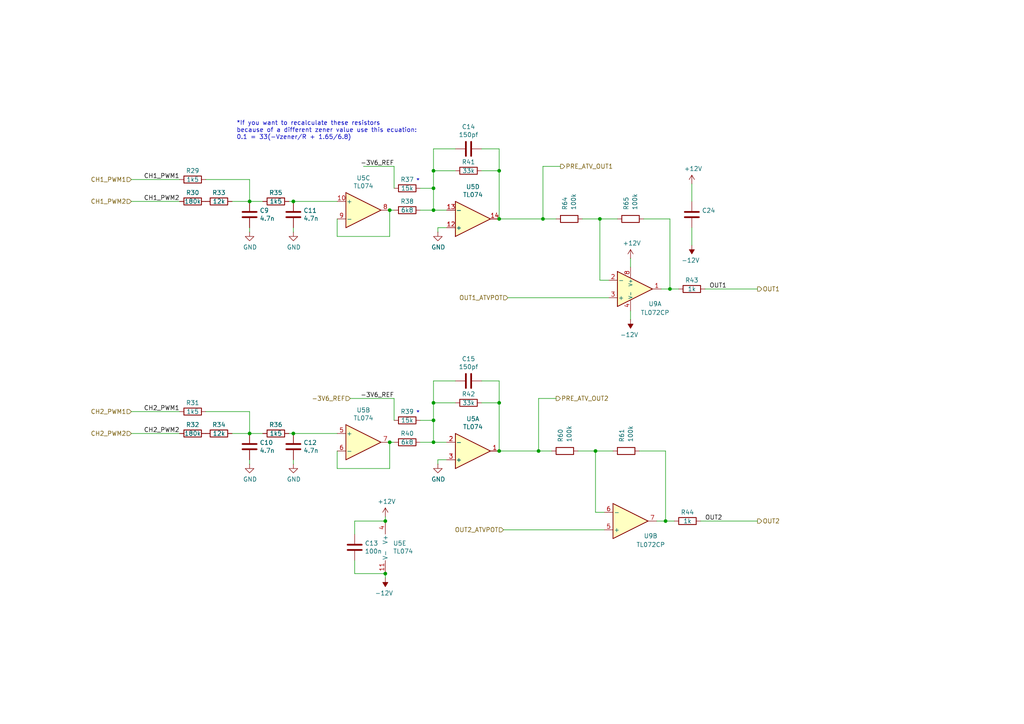
<source format=kicad_sch>
(kicad_sch (version 20231120) (generator "eeschema") (generator_version "8.0")
  (paper "A4")
  (title_block (title "Outputs") (date "2024-09-14") (rev "v0.1") (company "Sluisbrinkie"))
  (lib_symbols
    (symbol "Amplifier_Operational:TL074" (pin_names (offset 0.127))
      (property "Reference" "U" (at 0 5.08 0))
      (property "Value" "TL074" (at 0 -5.08 0))
      (symbol "TL074_1_1"
        (polyline (pts (xy -5.08 5.08) (xy 5.08 0) (xy -5.08 -5.08) (xy -5.08 5.08)) (stroke (width 0.254)) (fill (type background)))
        (pin output line (at 7.62 0 180) (length 2.54) (name "~") (number "1"))
        (pin input line (at -7.62 -2.54 0) (length 2.54) (name "-") (number "2"))
        (pin input line (at -7.62 2.54 0) (length 2.54) (name "+") (number "3"))
      )
      (symbol "TL074_2_1"
        (polyline (pts (xy -5.08 5.08) (xy 5.08 0) (xy -5.08 -5.08) (xy -5.08 5.08)) (stroke (width 0.254)) (fill (type background)))
        (pin input line (at -7.62 2.54 0) (length 2.54) (name "+") (number "5"))
        (pin input line (at -7.62 -2.54 0) (length 2.54) (name "-") (number "6"))
        (pin output line (at 7.62 0 180) (length 2.54) (name "~") (number "7"))
      )
      (symbol "TL074_3_1"
        (polyline (pts (xy -5.08 5.08) (xy 5.08 0) (xy -5.08 -5.08) (xy -5.08 5.08)) (stroke (width 0.254)) (fill (type background)))
        (pin input line (at -7.62 2.54 0) (length 2.54) (name "+") (number "10"))
        (pin output line (at 7.62 0 180) (length 2.54) (name "~") (number "8"))
        (pin input line (at -7.62 -2.54 0) (length 2.54) (name "-") (number "9"))
      )
      (symbol "TL074_4_1"
        (polyline (pts (xy -5.08 5.08) (xy 5.08 0) (xy -5.08 -5.08) (xy -5.08 5.08)) (stroke (width 0.254)) (fill (type background)))
        (pin input line (at -7.62 2.54 0) (length 2.54) (name "+") (number "12"))
        (pin input line (at -7.62 -2.54 0) (length 2.54) (name "-") (number "13"))
        (pin output line (at 7.62 0 180) (length 2.54) (name "~") (number "14"))
      )
      (symbol "TL074_5_1"
        (pin power_in line (at -2.54 -7.62 90) (length 3.81) (name "V-") (number "11"))
        (pin power_in line (at -2.54 7.62 270) (length 3.81) (name "V+") (number "4"))
      )
    )
    (symbol "Device:C" (pin_numbers hide) (pin_names (offset 0.254))
      (property "Reference" "C" (at 0.635 2.54 0))
      (property "Value" "C" (at 0.635 -2.54 0))
      (symbol "C_0_1"
        (polyline (pts (xy -2.032 -0.762) (xy 2.032 -0.762)) (stroke (width 0.508)))
        (polyline (pts (xy -2.032 0.762) (xy 2.032 0.762)) (stroke (width 0.508)))
      )
      (symbol "C_1_1"
        (pin passive line (at 0 3.81 270) (length 2.794) (name "~") (number "1"))
        (pin passive line (at 0 -3.81 90) (length 2.794) (name "~") (number "2"))
      )
    )
    (symbol "Device:R" (pin_numbers hide) (pin_names (offset 0))
      (property "Reference" "R" (at 2.032 0 90))
      (property "Value" "R" (at 0 0 90))
      (symbol "R_0_1"
        (rectangle (start -1.016 -2.54) (end 1.016 2.54) (stroke (width 0.254)))
      )
      (symbol "R_1_1"
        (pin passive line (at 0 3.81 270) (length 1.27) (name "~") (number "1"))
        (pin passive line (at 0 -3.81 90) (length 1.27) (name "~") (number "2"))
      )
    )
    (symbol "PCM_Amplifier_Operational_AKL:TL072CP" (pin_names (offset 0.2))
      (property "Reference" "U" (at 1.27 7.62 0))
      (property "Value" "TL072CP" (at 1.27 5.08 0))
      (symbol "TL072CP_0_1"
        (polyline (pts (xy -3.81 5.08) (xy -3.81 -5.08) (xy 6.35 0) (xy -3.81 5.08)) (stroke (width 0.254)) (fill (type background)))
      )
      (symbol "TL072CP_1_1"
        (pin output line (at 8.89 0 180) (length 2.54) (name "~") (number "1"))
        (pin input line (at -6.35 2.54 0) (length 2.54) (name "-") (number "2"))
        (pin input line (at -6.35 -2.54 0) (length 2.54) (name "+") (number "3"))
        (pin power_in line (at 0 -6.35 90) (length 3.18) (name "V-") (number "4"))
        (pin power_in line (at 0 6.35 270) (length 3.18) (name "V+") (number "8"))
      )
      (symbol "TL072CP_2_1"
        (pin input line (at -6.35 -2.54 0) (length 2.54) (name "+") (number "5"))
        (pin input line (at -6.35 2.54 0) (length 2.54) (name "-") (number "6"))
        (pin output line (at 8.89 0 180) (length 2.54) (name "~") (number "7"))
      )
    )
    (symbol "power:+12V" (power) (pin_numbers hide) (pin_names (offset 0) hide)
      (property "Value" "+12V" (at 0 3.556 0))
      (symbol "+12V_0_1"
        (polyline (pts (xy -0.762 1.27) (xy 0 2.54)))
        (polyline (pts (xy 0 0) (xy 0 2.54)))
        (polyline (pts (xy 0 2.54) (xy 0.762 1.27)))
      )
      (symbol "+12V_1_1"
        (pin power_in line (at 0 0 90) (length 0) (name "~") (number "1"))
      )
    )
    (symbol "power:-12V" (power) (pin_numbers hide) (pin_names (offset 0) hide)
      (property "Value" "-12V" (at 0 3.556 0))
      (symbol "-12V_0_0"
        (pin power_in line (at 0 0 90) (length 0) (name "~") (number "1"))
      )
      (symbol "-12V_0_1"
        (polyline (pts (xy 0 0) (xy 0 1.27) (xy 0.762 1.27) (xy 0 2.54) (xy -0.762 1.27) (xy 0 1.27)) (fill (type outline)))
      )
    )
    (symbol "power:GND" (power) (pin_numbers hide) (pin_names (offset 0) hide)
      (property "Value" "GND" (at 0 -3.81 0))
      (symbol "GND_0_1"
        (polyline (pts (xy 0 0) (xy 0 -1.27) (xy 1.27 -1.27) (xy 0 -2.54) (xy -1.27 -1.27) (xy 0 -1.27)))
      )
      (symbol "GND_1_1"
        (pin power_in line (at 0 0 270) (length 0) (name "~") (number "1"))
      )
    )
  )
  (junction (at 144.78 63.5))
  (junction (at 157.48 63.5))
  (junction (at 125.73 60.96))
  (junction (at 144.78 130.81))
  (junction (at 113.03 60.96))
  (junction (at 72.39 125.73))
  (junction (at 125.73 54.61))
  (junction (at 194.31 83.82))
  (junction (at 113.03 128.27))
  (junction (at 85.09 125.73))
  (junction (at 144.78 116.84))
  (junction (at 111.76 151.13))
  (junction (at 125.73 116.84))
  (junction (at 85.09 58.42))
  (junction (at 111.76 166.37))
  (junction (at 125.73 49.53))
  (junction (at 144.78 49.53))
  (junction (at 125.73 121.92))
  (junction (at 156.21 130.81))
  (junction (at 125.73 128.27))
  (junction (at 193.04 151.13))
  (junction (at 173.99 63.5))
  (junction (at 72.39 58.42))
  (junction (at 172.72 130.81))
  (wire (pts (xy 144.78 63.5) (xy 157.48 63.5)))
  (wire (pts (xy 113.03 68.58) (xy 113.03 60.96)))
  (wire (pts (xy 121.92 54.61) (xy 125.73 54.61)))
  (wire (pts (xy 97.79 63.5) (xy 97.79 68.58)))
  (wire (pts (xy 121.92 128.27) (xy 125.73 128.27)))
  (wire (pts (xy 194.31 83.82) (xy 194.31 63.5)))
  (wire (pts (xy 38.1 119.38) (xy 52.07 119.38)))
  (wire (pts (xy 156.21 115.57) (xy 161.29 115.57)))
  (wire (pts (xy 200.66 53.34) (xy 200.66 58.42)))
  (wire (pts (xy 144.78 110.49) (xy 144.78 116.84)))
  (wire (pts (xy 97.79 68.58) (xy 113.03 68.58)))
  (wire (pts (xy 157.48 63.5) (xy 157.48 48.26)))
  (wire (pts (xy 83.82 125.73) (xy 85.09 125.73)))
  (wire (pts (xy 127 67.31) (xy 127 66.04)))
  (wire (pts (xy 97.79 135.89) (xy 113.03 135.89)))
  (wire (pts (xy 139.7 43.18) (xy 144.78 43.18)))
  (wire (pts (xy 190.5 151.13) (xy 193.04 151.13)))
  (wire (pts (xy 72.39 58.42) (xy 76.2 58.42)))
  (wire (pts (xy 59.69 52.07) (xy 72.39 52.07)))
  (wire (pts (xy 147.32 86.36) (xy 176.53 86.36)))
  (wire (pts (xy 200.66 66.04) (xy 200.66 71.12)))
  (wire (pts (xy 204.47 83.82) (xy 219.71 83.82)))
  (wire (pts (xy 139.7 110.49) (xy 144.78 110.49)))
  (wire (pts (xy 113.03 128.27) (xy 114.3 128.27)))
  (wire (pts (xy 186.69 63.5) (xy 194.31 63.5)))
  (wire (pts (xy 102.87 166.37) (xy 111.76 166.37)))
  (wire (pts (xy 173.99 81.28) (xy 173.99 63.5)))
  (wire (pts (xy 132.08 110.49) (xy 125.73 110.49)))
  (wire (pts (xy 193.04 151.13) (xy 193.04 130.81)))
  (wire (pts (xy 156.21 130.81) (xy 160.02 130.81)))
  (wire (pts (xy 144.78 130.81) (xy 156.21 130.81)))
  (wire (pts (xy 85.09 58.42) (xy 97.79 58.42)))
  (wire (pts (xy 185.42 130.81) (xy 193.04 130.81)))
  (wire (pts (xy 125.73 110.49) (xy 125.73 116.84)))
  (wire (pts (xy 146.05 153.67) (xy 175.26 153.67)))
  (wire (pts (xy 182.88 90.17) (xy 182.88 92.71)))
  (wire (pts (xy 139.7 116.84) (xy 144.78 116.84)))
  (wire (pts (xy 125.73 121.92) (xy 125.73 128.27)))
  (wire (pts (xy 72.39 52.07) (xy 72.39 58.42)))
  (wire (pts (xy 168.91 63.5) (xy 173.99 63.5)))
  (wire (pts (xy 113.03 60.96) (xy 114.3 60.96)))
  (wire (pts (xy 125.73 54.61) (xy 125.73 60.96)))
  (wire (pts (xy 97.79 130.81) (xy 97.79 135.89)))
  (wire (pts (xy 113.03 135.89) (xy 113.03 128.27)))
  (wire (pts (xy 125.73 43.18) (xy 125.73 49.53)))
  (wire (pts (xy 83.82 58.42) (xy 85.09 58.42)))
  (wire (pts (xy 72.39 119.38) (xy 72.39 125.73)))
  (wire (pts (xy 176.53 81.28) (xy 173.99 81.28)))
  (wire (pts (xy 157.48 63.5) (xy 161.29 63.5)))
  (wire (pts (xy 144.78 49.53) (xy 144.78 63.5)))
  (wire (pts (xy 111.76 149.86) (xy 111.76 151.13)))
  (wire (pts (xy 125.73 121.92) (xy 125.73 116.84)))
  (wire (pts (xy 38.1 52.07) (xy 52.07 52.07)))
  (wire (pts (xy 139.7 49.53) (xy 144.78 49.53)))
  (wire (pts (xy 121.92 121.92) (xy 125.73 121.92)))
  (wire (pts (xy 194.31 83.82) (xy 196.85 83.82)))
  (wire (pts (xy 191.77 83.82) (xy 194.31 83.82)))
  (wire (pts (xy 125.73 128.27) (xy 129.54 128.27)))
  (wire (pts (xy 85.09 66.04) (xy 85.09 67.31)))
  (wire (pts (xy 38.1 125.73) (xy 52.07 125.73)))
  (wire (pts (xy 85.09 125.73) (xy 97.79 125.73)))
  (wire (pts (xy 102.87 151.13) (xy 102.87 154.94)))
  (wire (pts (xy 167.64 130.81) (xy 172.72 130.81)))
  (wire (pts (xy 125.73 54.61) (xy 125.73 49.53)))
  (wire (pts (xy 114.3 115.57) (xy 114.3 121.92)))
  (wire (pts (xy 67.31 58.42) (xy 72.39 58.42)))
  (wire (pts (xy 127 134.62) (xy 127 133.35)))
  (wire (pts (xy 157.48 48.26) (xy 162.56 48.26)))
  (wire (pts (xy 127 133.35) (xy 129.54 133.35)))
  (wire (pts (xy 121.92 60.96) (xy 125.73 60.96)))
  (wire (pts (xy 175.26 148.59) (xy 172.72 148.59)))
  (wire (pts (xy 101.6 115.57) (xy 114.3 115.57)))
  (wire (pts (xy 72.39 125.73) (xy 76.2 125.73)))
  (wire (pts (xy 203.2 151.13) (xy 219.71 151.13)))
  (wire (pts (xy 125.73 49.53) (xy 132.08 49.53)))
  (wire (pts (xy 114.3 48.26) (xy 114.3 54.61)))
  (wire (pts (xy 72.39 133.35) (xy 72.39 134.62)))
  (wire (pts (xy 125.73 60.96) (xy 129.54 60.96)))
  (wire (pts (xy 144.78 43.18) (xy 144.78 49.53)))
  (wire (pts (xy 193.04 151.13) (xy 195.58 151.13)))
  (wire (pts (xy 156.21 130.81) (xy 156.21 115.57)))
  (wire (pts (xy 111.76 167.64) (xy 111.76 166.37)))
  (wire (pts (xy 102.87 151.13) (xy 111.76 151.13)))
  (wire (pts (xy 105.41 48.26) (xy 114.3 48.26)))
  (wire (pts (xy 172.72 130.81) (xy 177.8 130.81)))
  (wire (pts (xy 72.39 66.04) (xy 72.39 67.31)))
  (wire (pts (xy 132.08 43.18) (xy 125.73 43.18)))
  (wire (pts (xy 67.31 125.73) (xy 72.39 125.73)))
  (wire (pts (xy 85.09 133.35) (xy 85.09 134.62)))
  (wire (pts (xy 127 66.04) (xy 129.54 66.04)))
  (wire (pts (xy 144.78 116.84) (xy 144.78 130.81)))
  (wire (pts (xy 38.1 58.42) (xy 52.07 58.42)))
  (wire (pts (xy 125.73 116.84) (xy 132.08 116.84)))
  (wire (pts (xy 59.69 119.38) (xy 72.39 119.38)))
  (wire (pts (xy 102.87 162.56) (xy 102.87 166.37)))
  (wire (pts (xy 182.88 74.93) (xy 182.88 77.47)))
  (wire (pts (xy 173.99 63.5) (xy 179.07 63.5)))
  (wire (pts (xy 172.72 148.59) (xy 172.72 130.81)))
  (text "*" (at 120.65 53.34 0) (effects (font (size 1.27 1.27)) (justify left bottom)))
  (text "*If you want to recalculate these resistors \nbecause of a different zener value use this ecuation:\n0.1 = 33(-Vzener/R + 1.65/6.8)" (at 68.58 40.64 0) (effects (font (size 1.27 1.27)) (justify left bottom)))
  (text "*" (at 120.65 120.65 0) (effects (font (size 1.27 1.27)) (justify left bottom)))
  (label "CH2_PWM2" (at 52.07 125.73 180))
  (label "CH2_PWM1" (at 52.07 119.38 180))
  (label "-3V6_REF" (at 114.3 48.26 180))
  (label "CH1_PWM2" (at 52.07 58.42 180))
  (label "-3V6_REF" (at 114.3 115.57 180))
  (label "OUT2" (at 204.47 151.13 0))
  (label "OUT1" (at 205.74 83.82 0))
  (label "CH1_PWM1" (at 52.07 52.07 180))
  (hierarchical_label "OUT2" (shape output) (at 219.71 151.13 0))
  (hierarchical_label "CH1_PWM1" (shape input) (at 38.1 52.07 180))
  (hierarchical_label "CH2_PWM2" (shape input) (at 38.1 125.73 180))
  (hierarchical_label "CH2_PWM1" (shape input) (at 38.1 119.38 180))
  (hierarchical_label "OUT2_ATVPOT" (shape input) (at 146.05 153.67 180))
  (hierarchical_label "OUT1" (shape output) (at 219.71 83.82 0))
  (hierarchical_label "CH1_PWM2" (shape input) (at 38.1 58.42 180))
  (hierarchical_label "PRE_ATV_OUT2" (shape output) (at 161.29 115.57 0))
  (hierarchical_label "OUT1_ATVPOT" (shape input) (at 147.32 86.36 180))
  (hierarchical_label "-3V6_REF" (shape input) (at 101.6 115.57 180))
  (hierarchical_label "PRE_ATV_OUT1" (shape output) (at 162.56 48.26 0))
  (symbol (lib_id "Device:C") (at 135.89 43.18 90) (unit 1)
    (property "Reference" "C14" (at 135.89 36.7792 90))
    (property "Value" "150pf" (at 135.89 39.0906 90))
    (property "Footprint" "Capacitor_THT:C_Disc_D3.4mm_W2.1mm_P2.50mm" (effects (hide yes)))
  )
  (symbol (lib_id "Device:R") (at 199.39 151.13 270) (unit 1)
    (property "Reference" "R44" (at 199.39 148.59 90))
    (property "Value" "1k" (at 199.39 151.13 90))
    (property "Footprint" "Resistor_THT:R_Axial_DIN0207_L6.3mm_D2.5mm_P7.62mm_Horizontal" (effects (hide yes)))
  )
  (symbol (lib_id "Device:C") (at 200.66 62.23 0) (unit 1)
    (property "Reference" "C24" (at 203.581 61.0616 0) (effects (justify left)))
    (property "Value" "100n" (effects (hide yes)))
    (property "Footprint" "Capacitor_THT:C_Rect_L10.0mm_W4.0mm_P7.50mm_MKS4" (effects (hide yes)))
  )
  (symbol (lib_id "Device:C") (at 85.09 62.23 0) (unit 1)
    (property "Reference" "C11" (at 88.011 61.0616 0) (effects (justify left)))
    (property "Value" "4.7n" (at 88.011 63.373 0) (effects (justify left)))
    (property "Footprint" "Capacitor_THT:C_Disc_D3.4mm_W2.1mm_P2.50mm" (effects (hide yes)))
  )
  (symbol (lib_id "power:-12V") (at 111.76 167.64 180) (unit 1)
    (property "Reference" "#PWR054" (effects (hide yes)))
    (property "Value" "-12V" (at 111.379 172.0342 0))
  )
  (symbol (lib_id "Device:R") (at 200.66 83.82 270) (unit 1)
    (property "Reference" "R43" (at 200.66 81.28 90))
    (property "Value" "1k" (at 200.66 83.82 90))
    (property "Footprint" "Resistor_THT:R_Axial_DIN0207_L6.3mm_D2.5mm_P7.62mm_Horizontal" (effects (hide yes)))
  )
  (symbol (lib_id "Device:R") (at 118.11 121.92 270) (unit 1)
    (property "Reference" "R39" (at 118.11 119.38 90))
    (property "Value" "15k" (at 118.11 121.92 90))
    (property "Footprint" "Resistor_THT:R_Axial_DIN0207_L6.3mm_D2.5mm_P7.62mm_Horizontal" (effects (hide yes)))
  )
  (symbol (lib_id "Amplifier_Operational:TL074") (at 109.22 158.75 0) (mirror y) (unit 5)
    (property "Reference" "U5" (at 113.9952 157.5816 0) (effects (justify right)))
    (property "Value" "TL074" (at 113.9952 159.893 0) (effects (justify right)))
    (property "Footprint" "Package_DIP:DIP-14_W7.62mm_Socket_LongPads" (effects (hide yes)))
    (property "Datasheet" "http://www.ti.com/lit/ds/symlink/tl071.pdf" (effects (hide yes)))
  )
  (symbol (lib_id "PCM_Amplifier_Operational_AKL:TL072CP") (at 181.61 151.13 0) (unit 2)
    (property "Reference" "U9" (at 188.722 155.448 0))
    (property "Value" "TL072CP" (at 188.722 157.988 0))
    (property "Footprint" "Package_DIP:CERDIP-8_W7.62mm_SideBrazed_LongPads_Socket" (effects (hide yes)))
    (property "Datasheet" "https://www.ti.com/lit/ds/symlink/tl072h.pdf?ts=1635057479364" (effects (hide yes)))
    (property "Description" "DIP-8 Dual JFET Low Noise Operational Amplifier, 10mV Offset, 8nV/√Hz Noise, 1MHz GBW, Alternate KiCAD Library" (effects (hide yes)))
  )
  (symbol (lib_id "Device:R") (at 181.61 130.81 90) (unit 1)
    (property "Reference" "R61" (at 180.3399 128.27 0) (effects (justify left)))
    (property "Value" "100k" (at 182.8799 128.27 0) (effects (justify left)))
    (property "Footprint" "Resistor_THT:R_Axial_DIN0207_L6.3mm_D2.5mm_P7.62mm_Horizontal" (effects (hide yes)))
    (property "Description" "Resistor" (effects (hide yes)))
  )
  (symbol (lib_id "power:GND") (at 85.09 134.62 0) (unit 1)
    (property "Reference" "#PWR052" (effects (hide yes)))
    (property "Value" "GND" (at 85.217 139.0142 0))
  )
  (symbol (lib_id "Device:R") (at 55.88 52.07 270) (unit 1)
    (property "Reference" "R29" (at 55.88 49.53 90))
    (property "Value" "1k5" (at 55.88 52.07 90))
    (property "Footprint" "Resistor_THT:R_Axial_DIN0207_L6.3mm_D2.5mm_P7.62mm_Horizontal" (effects (hide yes)))
  )
  (symbol (lib_id "power:GND") (at 72.39 67.31 0) (unit 1)
    (property "Reference" "#PWR049" (effects (hide yes)))
    (property "Value" "GND" (at 72.517 71.7042 0))
  )
  (symbol (lib_id "Device:C") (at 85.09 129.54 0) (unit 1)
    (property "Reference" "C12" (at 88.011 128.3716 0) (effects (justify left)))
    (property "Value" "4.7n" (at 88.011 130.683 0) (effects (justify left)))
    (property "Footprint" "Capacitor_THT:C_Disc_D3.4mm_W2.1mm_P2.50mm" (effects (hide yes)))
  )
  (symbol (lib_id "Device:R") (at 55.88 58.42 270) (unit 1)
    (property "Reference" "R30" (at 55.88 55.88 90))
    (property "Value" "180k" (at 55.88 58.42 90))
    (property "Footprint" "Resistor_THT:R_Axial_DIN0207_L6.3mm_D2.5mm_P7.62mm_Horizontal" (effects (hide yes)))
  )
  (symbol (lib_id "Device:R") (at 135.89 49.53 270) (unit 1)
    (property "Reference" "R41" (at 135.89 46.99 90))
    (property "Value" "33k" (at 135.89 49.53 90))
    (property "Footprint" "Resistor_THT:R_Axial_DIN0207_L6.3mm_D2.5mm_P7.62mm_Horizontal" (effects (hide yes)))
  )
  (symbol (lib_id "Amplifier_Operational:TL074") (at 137.16 130.81 0) (mirror x) (unit 1)
    (property "Reference" "U5" (at 137.16 121.4882 0))
    (property "Value" "TL074" (at 137.16 123.7996 0))
    (property "Footprint" "Package_DIP:DIP-14_W7.62mm_Socket_LongPads" (effects (hide yes)))
    (property "Datasheet" "http://www.ti.com/lit/ds/symlink/tl071.pdf" (effects (hide yes)))
  )
  (symbol (lib_id "power:-12V") (at 200.66 71.12 180) (unit 1)
    (property "Reference" "#PWR085" (effects (hide yes)))
    (property "Value" "-12V" (at 200.279 75.5142 0))
  )
  (symbol (lib_id "Device:R") (at 135.89 116.84 270) (unit 1)
    (property "Reference" "R42" (at 135.89 114.3 90))
    (property "Value" "33k" (at 135.89 116.84 90))
    (property "Footprint" "Resistor_THT:R_Axial_DIN0207_L6.3mm_D2.5mm_P7.62mm_Horizontal" (effects (hide yes)))
  )
  (symbol (lib_id "Device:C") (at 135.89 110.49 90) (unit 1)
    (property "Reference" "C15" (at 135.89 104.0892 90))
    (property "Value" "150pf" (at 135.89 106.4006 90))
    (property "Footprint" "Capacitor_THT:C_Disc_D3.4mm_W2.1mm_P2.50mm" (effects (hide yes)))
  )
  (symbol (lib_id "Device:R") (at 118.11 128.27 270) (unit 1)
    (property "Reference" "R40" (at 118.11 125.73 90))
    (property "Value" "6k8" (at 118.11 128.27 90))
    (property "Footprint" "Resistor_THT:R_Axial_DIN0207_L6.3mm_D2.5mm_P7.62mm_Horizontal" (effects (hide yes)))
  )
  (symbol (lib_id "Device:R") (at 165.1 63.5 90) (unit 1)
    (property "Reference" "R64" (at 163.8299 60.96 0) (effects (justify left)))
    (property "Value" "100k" (at 166.3699 60.96 0) (effects (justify left)))
    (property "Footprint" "Resistor_THT:R_Axial_DIN0207_L6.3mm_D2.5mm_P7.62mm_Horizontal" (effects (hide yes)))
    (property "Description" "Resistor" (effects (hide yes)))
  )
  (symbol (lib_id "Device:C") (at 72.39 62.23 0) (unit 1)
    (property "Reference" "C9" (at 75.311 61.0616 0) (effects (justify left)))
    (property "Value" "4.7n" (at 75.311 63.373 0) (effects (justify left)))
    (property "Footprint" "Capacitor_THT:C_Disc_D3.4mm_W2.1mm_P2.50mm" (effects (hide yes)))
  )
  (symbol (lib_id "Device:R") (at 80.01 58.42 270) (unit 1)
    (property "Reference" "R35" (at 80.01 55.88 90))
    (property "Value" "1k5" (at 80.01 58.42 90))
    (property "Footprint" "Resistor_THT:R_Axial_DIN0207_L6.3mm_D2.5mm_P7.62mm_Horizontal" (effects (hide yes)))
  )
  (symbol (lib_id "Device:R") (at 55.88 119.38 270) (unit 1)
    (property "Reference" "R31" (at 55.88 116.84 90))
    (property "Value" "1k5" (at 55.88 119.38 90))
    (property "Footprint" "Resistor_THT:R_Axial_DIN0207_L6.3mm_D2.5mm_P7.62mm_Horizontal" (effects (hide yes)))
  )
  (symbol (lib_id "power:GND") (at 127 67.31 0) (unit 1)
    (property "Reference" "#PWR055" (effects (hide yes)))
    (property "Value" "GND" (at 127.127 71.7042 0))
  )
  (symbol (lib_id "PCM_Amplifier_Operational_AKL:TL072CP") (at 182.88 83.82 0) (unit 1)
    (property "Reference" "U9" (at 189.992 88.138 0))
    (property "Value" "TL072CP" (at 189.992 90.678 0))
    (property "Footprint" "Package_DIP:CERDIP-8_W7.62mm_SideBrazed_LongPads_Socket" (effects (hide yes)))
    (property "Datasheet" "https://www.ti.com/lit/ds/symlink/tl072h.pdf?ts=1635057479364" (effects (hide yes)))
    (property "Description" "DIP-8 Dual JFET Low Noise Operational Amplifier, 10mV Offset, 8nV/√Hz Noise, 1MHz GBW, Alternate KiCAD Library" (effects (hide yes)))
  )
  (symbol (lib_id "Amplifier_Operational:TL074") (at 137.16 63.5 0) (mirror x) (unit 4)
    (property "Reference" "U5" (at 137.16 54.1782 0))
    (property "Value" "TL074" (at 137.16 56.4896 0))
    (property "Footprint" "Package_DIP:DIP-14_W7.62mm_Socket_LongPads" (effects (hide yes)))
    (property "Datasheet" "http://www.ti.com/lit/ds/symlink/tl071.pdf" (effects (hide yes)))
  )
  (symbol (lib_id "Device:R") (at 182.88 63.5 90) (unit 1)
    (property "Reference" "R65" (at 181.6099 60.96 0) (effects (justify left)))
    (property "Value" "100k" (at 184.1499 60.96 0) (effects (justify left)))
    (property "Footprint" "Resistor_THT:R_Axial_DIN0207_L6.3mm_D2.5mm_P7.62mm_Horizontal" (effects (hide yes)))
    (property "Description" "Resistor" (effects (hide yes)))
  )
  (symbol (lib_id "Device:R") (at 80.01 125.73 270) (unit 1)
    (property "Reference" "R36" (at 80.01 123.19 90))
    (property "Value" "1k5" (at 80.01 125.73 90))
    (property "Footprint" "Resistor_THT:R_Axial_DIN0207_L6.3mm_D2.5mm_P7.62mm_Horizontal" (effects (hide yes)))
  )
  (symbol (lib_id "Device:C") (at 102.87 158.75 0) (unit 1)
    (property "Reference" "C13" (at 105.791 157.5816 0) (effects (justify left)))
    (property "Value" "100n" (at 105.791 159.893 0) (effects (justify left)))
    (property "Footprint" "Capacitor_THT:C_Rect_L10.0mm_W4.0mm_P7.50mm_MKS4" (effects (hide yes)))
  )
  (symbol (lib_id "power:+12V") (at 182.88 74.93 0) (unit 1)
    (property "Reference" "#PWR086" (effects (hide yes)))
    (property "Value" "+12V" (at 183.261 70.5358 0))
  )
  (symbol (lib_id "Amplifier_Operational:TL074") (at 105.41 128.27 0) (unit 2)
    (property "Reference" "U5" (at 105.41 118.9482 0))
    (property "Value" "TL074" (at 105.41 121.2596 0))
    (property "Footprint" "Package_DIP:DIP-14_W7.62mm_Socket_LongPads" (effects (hide yes)))
    (property "Datasheet" "http://www.ti.com/lit/ds/symlink/tl071.pdf" (effects (hide yes)))
  )
  (symbol (lib_id "Device:R") (at 63.5 125.73 270) (unit 1)
    (property "Reference" "R34" (at 63.5 123.19 90))
    (property "Value" "12k" (at 63.5 125.73 90))
    (property "Footprint" "Resistor_THT:R_Axial_DIN0207_L6.3mm_D2.5mm_P7.62mm_Horizontal" (effects (hide yes)))
  )
  (symbol (lib_id "Device:R") (at 118.11 54.61 270) (unit 1)
    (property "Reference" "R37" (at 118.11 52.07 90))
    (property "Value" "15k" (at 118.11 54.61 90))
    (property "Footprint" "Resistor_THT:R_Axial_DIN0207_L6.3mm_D2.5mm_P7.62mm_Horizontal" (effects (hide yes)))
  )
  (symbol (lib_id "power:GND") (at 85.09 67.31 0) (unit 1)
    (property "Reference" "#PWR051" (effects (hide yes)))
    (property "Value" "GND" (at 85.217 71.7042 0))
  )
  (symbol (lib_id "Device:R") (at 163.83 130.81 90) (unit 1)
    (property "Reference" "R60" (at 162.5599 128.27 0) (effects (justify left)))
    (property "Value" "100k" (at 165.0999 128.27 0) (effects (justify left)))
    (property "Footprint" "Resistor_THT:R_Axial_DIN0207_L6.3mm_D2.5mm_P7.62mm_Horizontal" (effects (hide yes)))
    (property "Description" "Resistor" (effects (hide yes)))
  )
  (symbol (lib_id "power:GND") (at 127 134.62 0) (unit 1)
    (property "Reference" "#PWR056" (effects (hide yes)))
    (property "Value" "GND" (at 127.127 139.0142 0))
  )
  (symbol (lib_id "power:+12V") (at 200.66 53.34 0) (unit 1)
    (property "Reference" "#PWR084" (effects (hide yes)))
    (property "Value" "+12V" (at 201.041 48.9458 0))
  )
  (symbol (lib_id "Device:R") (at 63.5 58.42 270) (unit 1)
    (property "Reference" "R33" (at 63.5 55.88 90))
    (property "Value" "12k" (at 63.5 58.42 90))
    (property "Footprint" "Resistor_THT:R_Axial_DIN0207_L6.3mm_D2.5mm_P7.62mm_Horizontal" (effects (hide yes)))
  )
  (symbol (lib_id "Device:R") (at 55.88 125.73 270) (unit 1)
    (property "Reference" "R32" (at 55.88 123.19 90))
    (property "Value" "180k" (at 55.88 125.73 90))
    (property "Footprint" "Resistor_THT:R_Axial_DIN0207_L6.3mm_D2.5mm_P7.62mm_Horizontal" (effects (hide yes)))
  )
  (symbol (lib_id "Device:R") (at 118.11 60.96 270) (unit 1)
    (property "Reference" "R38" (at 118.11 58.42 90))
    (property "Value" "6k8" (at 118.11 60.96 90))
    (property "Footprint" "Resistor_THT:R_Axial_DIN0207_L6.3mm_D2.5mm_P7.62mm_Horizontal" (effects (hide yes)))
  )
  (symbol (lib_id "Device:C") (at 72.39 129.54 0) (unit 1)
    (property "Reference" "C10" (at 75.311 128.3716 0) (effects (justify left)))
    (property "Value" "4.7n" (at 75.311 130.683 0) (effects (justify left)))
    (property "Footprint" "Capacitor_THT:C_Disc_D3.4mm_W2.1mm_P2.50mm" (effects (hide yes)))
  )
  (symbol (lib_id "power:-12V") (at 182.88 92.71 180) (unit 1)
    (property "Reference" "#PWR087" (effects (hide yes)))
    (property "Value" "-12V" (at 182.499 97.1042 0))
  )
  (symbol (lib_id "power:+12V") (at 111.76 149.86 0) (unit 1)
    (property "Reference" "#PWR053" (effects (hide yes)))
    (property "Value" "+12V" (at 112.141 145.4658 0))
  )
  (symbol (lib_id "power:GND") (at 72.39 134.62 0) (unit 1)
    (property "Reference" "#PWR050" (effects (hide yes)))
    (property "Value" "GND" (at 72.517 139.0142 0))
  )
  (symbol (lib_id "Amplifier_Operational:TL074") (at 105.41 60.96 0) (unit 3)
    (property "Reference" "U5" (at 105.41 51.6382 0))
    (property "Value" "TL074" (at 105.41 53.9496 0))
    (property "Footprint" "Package_DIP:DIP-14_W7.62mm_Socket_LongPads" (effects (hide yes)))
    (property "Datasheet" "http://www.ti.com/lit/ds/symlink/tl071.pdf" (effects (hide yes)))
  )
)
</source>
